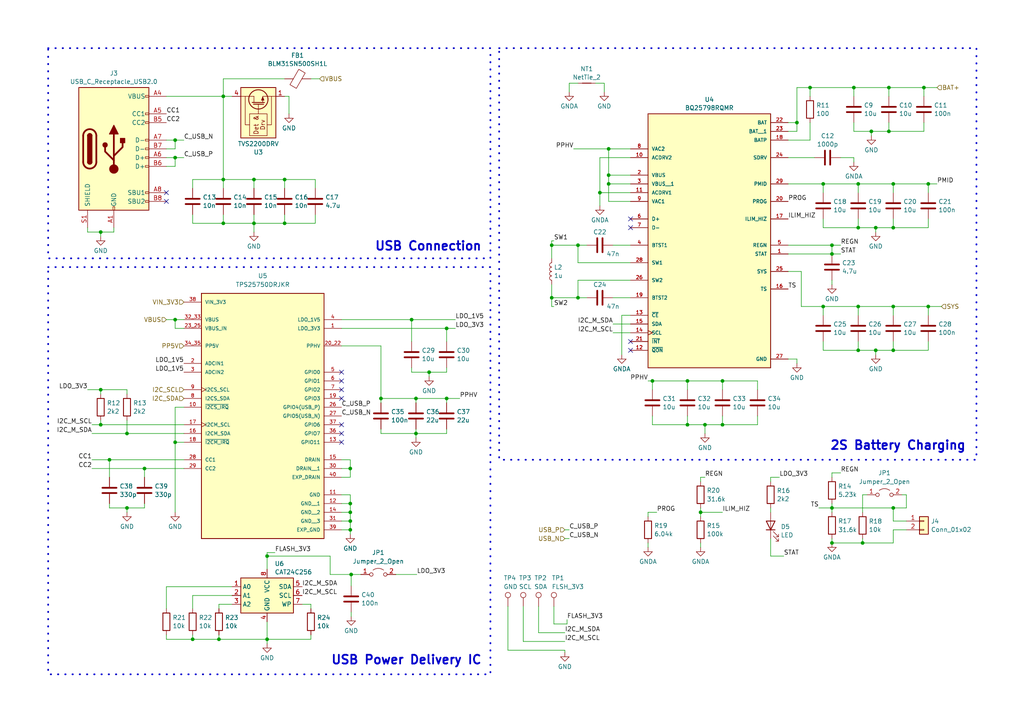
<source format=kicad_sch>
(kicad_sch (version 20230121) (generator eeschema)
  (paper "A4")
  (title_block (title "USB C Power Delivery and Battery Charging") (date "2023-11-15"))
  (junction (at 248.92 88.9))
  (junction (at 101.6 151.13))
  (junction (at 199.39 123.19))
  (junction (at 257.81 38.1))
  (junction (at 176.53 53.34))
  (junction (at 101.6 153.67))
  (junction (at 248.92 101.6))
  (junction (at 119.38 92.71))
  (junction (at 29.21 113.03))
  (junction (at 55.88 185.42))
  (junction (at 101.6 135.89))
  (junction (at 257.81 25.4))
  (junction (at 241.3 71.12))
  (junction (at 73.66 64.77))
  (junction (at 41.91 135.89))
  (junction (at 269.24 88.9))
  (junction (at 176.53 43.18))
  (junction (at 173.99 55.88))
  (junction (at 160.02 71.12))
  (junction (at 241.3 157.48))
  (junction (at 254 101.6))
  (junction (at 64.77 52.07))
  (junction (at 234.95 25.4))
  (junction (at 259.08 101.6))
  (junction (at 63.5 185.42))
  (junction (at 101.6 148.59))
  (junction (at 241.3 73.66))
  (junction (at 209.55 110.49))
  (junction (at 50.8 128.27))
  (junction (at 124.46 107.95))
  (junction (at 247.65 25.4))
  (junction (at 160.02 86.36))
  (junction (at 209.55 123.19))
  (junction (at 269.24 53.34))
  (junction (at 50.8 40.64))
  (junction (at 77.47 185.42))
  (junction (at 248.92 66.04))
  (junction (at 252.73 38.1))
  (junction (at 110.49 115.57))
  (junction (at 267.97 25.4))
  (junction (at 101.854 166.624))
  (junction (at 64.77 27.94))
  (junction (at 120.65 125.73))
  (junction (at 204.47 123.19))
  (junction (at 36.83 147.32))
  (junction (at 259.08 88.9))
  (junction (at 176.53 50.8))
  (junction (at 167.64 71.12))
  (junction (at 167.64 86.36))
  (junction (at 50.8 92.71))
  (junction (at 77.47 161.29))
  (junction (at 238.76 53.34))
  (junction (at 120.65 115.57))
  (junction (at 259.08 147.32))
  (junction (at 82.55 52.07))
  (junction (at 259.08 53.34))
  (junction (at 238.76 88.9))
  (junction (at 29.21 67.31))
  (junction (at 101.6 146.05))
  (junction (at 129.54 95.25))
  (junction (at 248.92 53.34))
  (junction (at 36.83 125.73))
  (junction (at 64.77 64.77))
  (junction (at 250.19 157.48))
  (junction (at 259.08 66.04))
  (junction (at 31.75 133.35))
  (junction (at 73.66 52.07))
  (junction (at 29.21 123.19))
  (junction (at 50.8 45.72))
  (junction (at 231.14 35.56))
  (junction (at 203.2 148.59))
  (junction (at 254 66.04))
  (junction (at 199.39 110.49))
  (junction (at 241.3 147.32))
  (junction (at 129.54 115.57))
  (junction (at 82.55 64.77))
  (junction (at 189.23 110.49))
  (no_connect (at 182.88 66.04))
  (no_connect (at 99.06 115.57))
  (no_connect (at 99.06 128.27))
  (no_connect (at 182.88 101.6))
  (no_connect (at 99.06 123.19))
  (no_connect (at 182.88 63.5))
  (no_connect (at 99.06 107.95))
  (no_connect (at 48.26 58.42))
  (no_connect (at 99.06 125.73))
  (no_connect (at 99.06 113.03))
  (no_connect (at 99.06 110.49))
  (no_connect (at 182.88 99.06))
  (no_connect (at 48.26 55.88))
  (wire (pts (xy 120.65 115.57) (xy 110.49 115.57)))
  (wire (pts (xy 182.88 58.42) (xy 176.53 58.42)))
  (wire (pts (xy 110.49 125.73) (xy 120.65 125.73)))
  (wire (pts (xy 50.8 92.71) (xy 53.34 92.71)))
  (wire (pts (xy 203.2 138.43) (xy 203.2 139.7)))
  (wire (pts (xy 167.64 86.36) (xy 170.18 86.36)))
  (wire (pts (xy 187.96 110.49) (xy 189.23 110.49)))
  (wire (pts (xy 48.26 45.72) (xy 50.8 45.72)))
  (wire (pts (xy 36.83 147.32) (xy 36.83 148.59)))
  (wire (pts (xy 187.96 157.48) (xy 187.96 158.75)))
  (wire (pts (xy 167.64 76.2) (xy 167.64 71.12)))
  (wire (pts (xy 241.3 157.48) (xy 250.19 157.48)))
  (wire (pts (xy 259.08 53.34) (xy 248.92 53.34)))
  (wire (pts (xy 119.38 92.71) (xy 132.08 92.71)))
  (wire (pts (xy 50.8 95.25) (xy 50.8 92.71)))
  (wire (pts (xy 182.88 81.28) (xy 167.64 81.28)))
  (wire (pts (xy 26.67 123.19) (xy 29.21 123.19)))
  (wire (pts (xy 238.76 88.9) (xy 238.76 91.44)))
  (wire (pts (xy 63.5 175.26) (xy 63.5 176.53)))
  (wire (pts (xy 177.8 71.12) (xy 182.88 71.12)))
  (wire (pts (xy 120.65 125.73) (xy 120.65 124.46)))
  (wire (pts (xy 53.34 95.25) (xy 50.8 95.25)))
  (wire (pts (xy 91.44 62.23) (xy 91.44 64.77)))
  (wire (pts (xy 83.82 33.02) (xy 83.82 27.94)))
  (wire (pts (xy 101.6 151.13) (xy 101.6 153.67)))
  (wire (pts (xy 228.6 53.34) (xy 238.76 53.34)))
  (wire (pts (xy 219.71 110.49) (xy 219.71 113.03)))
  (wire (pts (xy 269.24 55.88) (xy 269.24 53.34)))
  (wire (pts (xy 248.92 63.5) (xy 248.92 66.04)))
  (wire (pts (xy 119.38 106.68) (xy 119.38 107.95)))
  (wire (pts (xy 53.34 125.73) (xy 36.83 125.73)))
  (wire (pts (xy 41.91 147.32) (xy 36.83 147.32)))
  (wire (pts (xy 48.26 92.71) (xy 50.8 92.71)))
  (wire (pts (xy 77.47 161.29) (xy 77.47 165.1)))
  (wire (pts (xy 176.53 50.8) (xy 176.53 53.34)))
  (wire (pts (xy 238.76 66.04) (xy 248.92 66.04)))
  (wire (pts (xy 129.54 115.57) (xy 120.65 115.57)))
  (wire (pts (xy 238.76 88.9) (xy 248.92 88.9)))
  (wire (pts (xy 243.84 137.16) (xy 241.3 137.16)))
  (wire (pts (xy 228.6 38.1) (xy 231.14 38.1)))
  (wire (pts (xy 151.765 186.055) (xy 151.765 175.895)))
  (wire (pts (xy 114.808 166.624) (xy 120.904 166.624)))
  (wire (pts (xy 160.02 86.36) (xy 160.02 82.55)))
  (wire (pts (xy 257.81 38.1) (xy 257.81 35.56)))
  (wire (pts (xy 36.83 125.73) (xy 36.83 121.92)))
  (wire (pts (xy 99.06 146.05) (xy 101.6 146.05)))
  (wire (pts (xy 209.55 110.49) (xy 209.55 113.03)))
  (wire (pts (xy 77.47 185.42) (xy 77.47 186.69)))
  (wire (pts (xy 29.21 113.03) (xy 29.21 114.3)))
  (wire (pts (xy 48.26 27.94) (xy 64.77 27.94)))
  (wire (pts (xy 269.24 63.5) (xy 269.24 66.04)))
  (wire (pts (xy 160.02 71.12) (xy 160.02 74.93)))
  (wire (pts (xy 101.6 143.51) (xy 101.6 146.05)))
  (wire (pts (xy 48.26 48.26) (xy 50.8 48.26)))
  (wire (pts (xy 147.32 188.595) (xy 163.83 188.595)))
  (wire (pts (xy 231.14 35.56) (xy 228.6 35.56)))
  (wire (pts (xy 90.17 22.86) (xy 92.71 22.86)))
  (wire (pts (xy 267.97 25.4) (xy 271.78 25.4)))
  (wire (pts (xy 203.2 157.48) (xy 203.2 158.75)))
  (wire (pts (xy 55.88 172.72) (xy 55.88 176.53)))
  (wire (pts (xy 101.854 177.546) (xy 101.854 178.816)))
  (wire (pts (xy 90.17 185.42) (xy 77.47 185.42)))
  (wire (pts (xy 269.24 88.9) (xy 273.05 88.9)))
  (wire (pts (xy 31.75 147.32) (xy 31.75 146.05)))
  (wire (pts (xy 160.655 69.85) (xy 160.02 69.85)))
  (wire (pts (xy 119.38 99.06) (xy 119.38 92.71)))
  (wire (pts (xy 129.54 116.84) (xy 129.54 115.57)))
  (wire (pts (xy 241.3 146.05) (xy 241.3 147.32)))
  (wire (pts (xy 160.655 175.895) (xy 160.655 180.975)))
  (wire (pts (xy 50.8 45.72) (xy 53.34 45.72)))
  (wire (pts (xy 259.08 151.13) (xy 259.08 147.32)))
  (wire (pts (xy 90.17 175.26) (xy 90.17 176.53)))
  (wire (pts (xy 160.02 88.9) (xy 160.02 86.36)))
  (wire (pts (xy 99.06 143.51) (xy 101.6 143.51)))
  (wire (pts (xy 90.17 184.15) (xy 90.17 185.42)))
  (wire (pts (xy 234.95 25.4) (xy 247.65 25.4)))
  (wire (pts (xy 48.26 40.64) (xy 50.8 40.64)))
  (wire (pts (xy 79.756 160.274) (xy 77.47 160.274)))
  (wire (pts (xy 254 101.6) (xy 259.08 101.6)))
  (wire (pts (xy 63.5 185.42) (xy 77.47 185.42)))
  (wire (pts (xy 167.64 71.12) (xy 170.18 71.12)))
  (wire (pts (xy 180.34 91.44) (xy 180.34 102.87)))
  (wire (pts (xy 64.77 62.23) (xy 64.77 64.77)))
  (wire (pts (xy 64.77 27.94) (xy 67.31 27.94)))
  (wire (pts (xy 165.1 24.13) (xy 165.1 26.67)))
  (wire (pts (xy 160.655 180.975) (xy 164.465 180.975)))
  (wire (pts (xy 95.758 166.624) (xy 95.758 161.29)))
  (wire (pts (xy 156.21 183.515) (xy 163.83 183.515)))
  (wire (pts (xy 64.77 27.94) (xy 64.77 52.07)))
  (wire (pts (xy 167.64 81.28) (xy 167.64 86.36)))
  (wire (pts (xy 203.2 147.32) (xy 203.2 148.59)))
  (wire (pts (xy 259.08 101.6) (xy 259.08 99.06)))
  (wire (pts (xy 232.41 88.9) (xy 238.76 88.9)))
  (wire (pts (xy 254 66.04) (xy 259.08 66.04)))
  (wire (pts (xy 204.47 138.43) (xy 203.2 138.43)))
  (wire (pts (xy 238.76 63.5) (xy 238.76 66.04)))
  (wire (pts (xy 231.14 25.4) (xy 231.14 35.56)))
  (wire (pts (xy 259.08 55.88) (xy 259.08 53.34)))
  (wire (pts (xy 101.854 166.624) (xy 101.854 169.926)))
  (wire (pts (xy 41.91 135.89) (xy 53.34 135.89)))
  (wire (pts (xy 219.71 120.65) (xy 219.71 123.19)))
  (wire (pts (xy 99.06 148.59) (xy 101.6 148.59)))
  (wire (pts (xy 164.465 179.705) (xy 164.465 180.975)))
  (wire (pts (xy 259.08 101.6) (xy 269.24 101.6)))
  (wire (pts (xy 110.49 124.46) (xy 110.49 125.73)))
  (wire (pts (xy 167.64 86.36) (xy 160.02 86.36)))
  (wire (pts (xy 248.92 88.9) (xy 248.92 91.44)))
  (wire (pts (xy 160.02 69.85) (xy 160.02 71.12)))
  (wire (pts (xy 247.65 38.1) (xy 252.73 38.1)))
  (wire (pts (xy 252.73 38.1) (xy 252.73 39.37)))
  (wire (pts (xy 101.6 146.05) (xy 101.6 148.59)))
  (wire (pts (xy 228.6 78.74) (xy 232.41 78.74)))
  (wire (pts (xy 50.8 43.18) (xy 50.8 40.64)))
  (wire (pts (xy 231.14 38.1) (xy 231.14 35.56)))
  (wire (pts (xy 269.24 53.34) (xy 259.08 53.34)))
  (wire (pts (xy 110.49 115.57) (xy 110.49 116.84)))
  (wire (pts (xy 77.47 180.34) (xy 77.47 185.42)))
  (wire (pts (xy 182.88 45.72) (xy 173.99 45.72)))
  (wire (pts (xy 262.89 143.51) (xy 262.89 147.32)))
  (wire (pts (xy 64.77 22.86) (xy 64.77 27.94)))
  (wire (pts (xy 99.06 151.13) (xy 101.6 151.13)))
  (wire (pts (xy 262.89 147.32) (xy 259.08 147.32)))
  (wire (pts (xy 119.38 107.95) (xy 124.46 107.95)))
  (wire (pts (xy 48.26 43.18) (xy 50.8 43.18)))
  (wire (pts (xy 87.63 175.26) (xy 90.17 175.26)))
  (wire (pts (xy 55.88 54.61) (xy 55.88 52.07)))
  (wire (pts (xy 241.3 147.32) (xy 259.08 147.32)))
  (wire (pts (xy 67.31 175.26) (xy 63.5 175.26)))
  (wire (pts (xy 241.3 137.16) (xy 241.3 138.43)))
  (wire (pts (xy 241.3 81.28) (xy 241.3 82.55)))
  (wire (pts (xy 182.88 76.2) (xy 167.64 76.2)))
  (wire (pts (xy 99.06 100.33) (xy 110.49 100.33)))
  (wire (pts (xy 176.53 53.34) (xy 182.88 53.34)))
  (wire (pts (xy 29.21 123.19) (xy 29.21 121.92)))
  (wire (pts (xy 248.92 99.06) (xy 248.92 101.6)))
  (wire (pts (xy 26.67 133.35) (xy 31.75 133.35)))
  (wire (pts (xy 55.88 64.77) (xy 55.88 62.23)))
  (wire (pts (xy 36.83 114.3) (xy 36.83 113.03)))
  (wire (pts (xy 231.14 104.14) (xy 228.6 104.14)))
  (wire (pts (xy 257.81 25.4) (xy 247.65 25.4)))
  (wire (pts (xy 204.47 123.19) (xy 204.47 125.73)))
  (wire (pts (xy 73.66 52.07) (xy 82.55 52.07)))
  (wire (pts (xy 41.91 146.05) (xy 41.91 147.32)))
  (wire (pts (xy 99.06 133.35) (xy 101.6 133.35)))
  (wire (pts (xy 252.73 38.1) (xy 257.81 38.1)))
  (wire (pts (xy 234.95 35.56) (xy 234.95 40.64)))
  (wire (pts (xy 167.64 24.13) (xy 165.1 24.13)))
  (wire (pts (xy 101.6 153.67) (xy 101.6 154.94)))
  (wire (pts (xy 110.49 100.33) (xy 110.49 115.57)))
  (wire (pts (xy 259.08 66.04) (xy 259.08 63.5)))
  (wire (pts (xy 176.53 43.18) (xy 176.53 50.8)))
  (wire (pts (xy 101.6 135.89) (xy 101.6 138.43)))
  (wire (pts (xy 48.26 184.15) (xy 48.26 185.42)))
  (wire (pts (xy 104.648 166.624) (xy 101.854 166.624)))
  (wire (pts (xy 25.4 66.04) (xy 25.4 67.31)))
  (wire (pts (xy 250.19 157.48) (xy 259.08 157.48)))
  (wire (pts (xy 175.26 24.13) (xy 172.72 24.13)))
  (wire (pts (xy 73.66 52.07) (xy 73.66 54.61)))
  (wire (pts (xy 64.77 52.07) (xy 73.66 52.07)))
  (wire (pts (xy 228.6 71.12) (xy 241.3 71.12)))
  (wire (pts (xy 48.26 170.18) (xy 48.26 176.53)))
  (wire (pts (xy 163.83 153.67) (xy 165.1 153.67)))
  (wire (pts (xy 209.55 123.19) (xy 204.47 123.19)))
  (wire (pts (xy 31.75 133.35) (xy 31.75 138.43)))
  (wire (pts (xy 259.08 88.9) (xy 248.92 88.9)))
  (wire (pts (xy 36.83 147.32) (xy 31.75 147.32)))
  (wire (pts (xy 234.95 40.64) (xy 228.6 40.64)))
  (wire (pts (xy 219.71 110.49) (xy 209.55 110.49)))
  (wire (pts (xy 238.76 101.6) (xy 248.92 101.6)))
  (wire (pts (xy 129.54 115.57) (xy 133.35 115.57)))
  (wire (pts (xy 227.33 161.29) (xy 223.52 161.29)))
  (wire (pts (xy 248.92 101.6) (xy 254 101.6)))
  (wire (pts (xy 234.95 25.4) (xy 231.14 25.4)))
  (wire (pts (xy 25.4 113.03) (xy 29.21 113.03)))
  (wire (pts (xy 175.26 26.67) (xy 175.26 24.13)))
  (wire (pts (xy 31.75 133.35) (xy 53.34 133.35)))
  (wire (pts (xy 203.2 148.59) (xy 203.2 149.86)))
  (wire (pts (xy 91.44 52.07) (xy 91.44 54.61)))
  (wire (pts (xy 269.24 99.06) (xy 269.24 101.6)))
  (wire (pts (xy 124.46 107.95) (xy 129.54 107.95)))
  (wire (pts (xy 64.77 22.86) (xy 82.55 22.86)))
  (wire (pts (xy 223.52 147.32) (xy 223.52 148.59)))
  (wire (pts (xy 124.46 107.95) (xy 124.46 109.22)))
  (wire (pts (xy 199.39 120.65) (xy 199.39 123.19)))
  (wire (pts (xy 226.06 138.43) (xy 223.52 138.43)))
  (wire (pts (xy 251.46 143.51) (xy 250.19 143.51)))
  (wire (pts (xy 199.39 110.49) (xy 199.39 113.03)))
  (wire (pts (xy 25.4 67.31) (xy 29.21 67.31)))
  (wire (pts (xy 269.24 53.34) (xy 271.78 53.34)))
  (wire (pts (xy 64.77 64.77) (xy 55.88 64.77)))
  (wire (pts (xy 160.655 88.9) (xy 160.02 88.9)))
  (wire (pts (xy 267.97 25.4) (xy 257.81 25.4)))
  (wire (pts (xy 243.84 73.66) (xy 241.3 73.66)))
  (wire (pts (xy 26.67 125.73) (xy 36.83 125.73)))
  (wire (pts (xy 257.81 38.1) (xy 267.97 38.1)))
  (wire (pts (xy 173.99 55.88) (xy 182.88 55.88)))
  (wire (pts (xy 231.14 105.41) (xy 231.14 104.14)))
  (wire (pts (xy 262.89 151.13) (xy 259.08 151.13)))
  (wire (pts (xy 67.31 170.18) (xy 48.26 170.18)))
  (wire (pts (xy 248.92 66.04) (xy 254 66.04)))
  (wire (pts (xy 203.2 148.59) (xy 209.55 148.59)))
  (wire (pts (xy 33.02 67.31) (xy 33.02 66.04)))
  (wire (pts (xy 173.99 45.72) (xy 173.99 55.88)))
  (wire (pts (xy 223.52 161.29) (xy 223.52 156.21)))
  (wire (pts (xy 241.3 71.12) (xy 241.3 73.66)))
  (wire (pts (xy 241.3 147.32) (xy 241.3 148.59)))
  (wire (pts (xy 50.8 128.27) (xy 50.8 148.59)))
  (wire (pts (xy 129.54 107.95) (xy 129.54 106.68)))
  (wire (pts (xy 82.55 52.07) (xy 82.55 54.61)))
  (wire (pts (xy 55.88 184.15) (xy 55.88 185.42)))
  (wire (pts (xy 250.19 156.21) (xy 250.19 157.48)))
  (wire (pts (xy 67.31 172.72) (xy 55.88 172.72)))
  (wire (pts (xy 99.06 153.67) (xy 101.6 153.67)))
  (wire (pts (xy 262.89 153.67) (xy 259.08 153.67)))
  (wire (pts (xy 228.6 45.72) (xy 236.22 45.72)))
  (wire (pts (xy 64.77 52.07) (xy 64.77 54.61)))
  (wire (pts (xy 228.6 73.66) (xy 241.3 73.66)))
  (wire (pts (xy 48.26 185.42) (xy 55.88 185.42)))
  (wire (pts (xy 151.765 186.055) (xy 163.83 186.055)))
  (wire (pts (xy 83.82 27.94) (xy 82.55 27.94)))
  (wire (pts (xy 73.66 64.77) (xy 73.66 67.31)))
  (wire (pts (xy 55.88 52.07) (xy 64.77 52.07)))
  (wire (pts (xy 187.96 148.59) (xy 187.96 149.86)))
  (wire (pts (xy 223.52 138.43) (xy 223.52 139.7)))
  (wire (pts (xy 204.47 123.19) (xy 199.39 123.19)))
  (wire (pts (xy 189.23 123.19) (xy 189.23 120.65)))
  (wire (pts (xy 237.49 147.32) (xy 241.3 147.32)))
  (wire (pts (xy 254 101.6) (xy 254 102.87)))
  (wire (pts (xy 241.3 71.12) (xy 243.84 71.12)))
  (wire (pts (xy 101.854 166.624) (xy 95.758 166.624)))
  (wire (pts (xy 243.84 45.72) (xy 247.65 45.72)))
  (wire (pts (xy 129.54 95.25) (xy 129.54 99.06)))
  (wire (pts (xy 95.758 161.29) (xy 77.47 161.29)))
  (wire (pts (xy 55.88 185.42) (xy 63.5 185.42)))
  (wire (pts (xy 234.95 27.94) (xy 234.95 25.4)))
  (wire (pts (xy 101.6 133.35) (xy 101.6 135.89)))
  (wire (pts (xy 247.65 25.4) (xy 247.65 27.94)))
  (wire (pts (xy 219.71 123.19) (xy 209.55 123.19)))
  (wire (pts (xy 120.65 115.57) (xy 120.65 116.84)))
  (wire (pts (xy 238.76 53.34) (xy 248.92 53.34)))
  (wire (pts (xy 120.65 125.73) (xy 129.54 125.73)))
  (wire (pts (xy 82.55 62.23) (xy 82.55 64.77)))
  (wire (pts (xy 147.32 188.595) (xy 147.32 175.895)))
  (wire (pts (xy 129.54 124.46) (xy 129.54 125.73)))
  (wire (pts (xy 259.08 66.04) (xy 269.24 66.04)))
  (wire (pts (xy 248.92 53.34) (xy 248.92 55.88)))
  (wire (pts (xy 199.39 123.19) (xy 189.23 123.19)))
  (wire (pts (xy 53.34 128.27) (xy 50.8 128.27)))
  (wire (pts (xy 177.8 96.52) (xy 182.88 96.52)))
  (wire (pts (xy 267.97 27.94) (xy 267.97 25.4)))
  (wire (pts (xy 189.23 110.49) (xy 189.23 113.03)))
  (wire (pts (xy 36.83 113.03) (xy 29.21 113.03)))
  (wire (pts (xy 177.8 86.36) (xy 182.88 86.36)))
  (wire (pts (xy 177.8 93.98) (xy 182.88 93.98)))
  (wire (pts (xy 53.34 118.11) (xy 50.8 118.11)))
  (wire (pts (xy 77.47 160.274) (xy 77.47 161.29)))
  (wire (pts (xy 267.97 35.56) (xy 267.97 38.1)))
  (wire (pts (xy 73.66 64.77) (xy 82.55 64.77)))
  (wire (pts (xy 163.83 156.21) (xy 165.1 156.21)))
  (wire (pts (xy 250.19 143.51) (xy 250.19 148.59)))
  (wire (pts (xy 167.64 71.12) (xy 160.02 71.12)))
  (wire (pts (xy 82.55 64.77) (xy 91.44 64.77)))
  (wire (pts (xy 176.53 58.42) (xy 176.53 53.34)))
  (wire (pts (xy 182.88 43.18) (xy 176.53 43.18)))
  (wire (pts (xy 269.24 91.44) (xy 269.24 88.9)))
  (wire (pts (xy 269.24 88.9) (xy 259.08 88.9)))
  (wire (pts (xy 101.6 138.43) (xy 99.06 138.43)))
  (wire (pts (xy 64.77 64.77) (xy 73.66 64.77)))
  (wire (pts (xy 261.62 143.51) (xy 262.89 143.51)))
  (wire (pts (xy 238.76 99.06) (xy 238.76 101.6)))
  (wire (pts (xy 209.55 120.65) (xy 209.55 123.19)))
  (wire (pts (xy 209.55 110.49) (xy 199.39 110.49)))
  (wire (pts (xy 120.65 125.73) (xy 120.65 127)))
  (wire (pts (xy 241.3 156.21) (xy 241.3 157.48)))
  (wire (pts (xy 232.41 78.74) (xy 232.41 88.9)))
  (wire (pts (xy 247.65 45.72) (xy 247.65 46.99)))
  (wire (pts (xy 129.54 95.25) (xy 132.08 95.25)))
  (wire (pts (xy 26.67 135.89) (xy 41.91 135.89)))
  (wire (pts (xy 29.21 67.31) (xy 29.21 68.58)))
  (wire (pts (xy 156.21 175.895) (xy 156.21 183.515)))
  (wire (pts (xy 63.5 184.15) (xy 63.5 185.42)))
  (wire (pts (xy 190.5 148.59) (xy 187.96 148.59)))
  (wire (pts (xy 29.21 67.31) (xy 33.02 67.31)))
  (wire (pts (xy 119.38 92.71) (xy 99.06 92.71)))
  (wire (pts (xy 99.06 95.25) (xy 129.54 95.25)))
  (wire (pts (xy 259.08 153.67) (xy 259.08 157.48)))
  (wire (pts (xy 73.66 62.23) (xy 73.66 64.77)))
  (wire (pts (xy 182.88 50.8) (xy 176.53 50.8)))
  (wire (pts (xy 99.06 135.89) (xy 101.6 135.89)))
  (wire (pts (xy 238.76 53.34) (xy 238.76 55.88)))
  (wire (pts (xy 182.88 91.44) (xy 180.34 91.44)))
  (wire (pts (xy 257.81 27.94) (xy 257.81 25.4)))
  (wire (pts (xy 254 66.04) (xy 254 67.31)))
  (wire (pts (xy 50.8 48.26) (xy 50.8 45.72)))
  (wire (pts (xy 173.99 55.88) (xy 173.99 59.69)))
  (wire (pts (xy 247.65 35.56) (xy 247.65 38.1)))
  (wire (pts (xy 101.6 148.59) (xy 101.6 151.13)))
  (wire (pts (xy 199.39 110.49) (xy 189.23 110.49)))
  (wire (pts (xy 259.08 91.44) (xy 259.08 88.9)))
  (wire (pts (xy 82.55 52.07) (xy 91.44 52.07)))
  (wire (pts (xy 41.91 135.89) (xy 41.91 138.43)))
  (wire (pts (xy 176.53 43.18) (xy 166.37 43.18)))
  (wire (pts (xy 50.8 118.11) (xy 50.8 128.27)))
  (wire (pts (xy 53.34 123.19) (xy 29.21 123.19)))
  (wire (pts (xy 50.8 40.64) (xy 53.34 40.64)))
  (wire (pts (xy 163.83 188.595) (xy 163.83 189.23)))
  (rectangle (start 13.97 77.47) (end 142.24 195.58) (stroke (width 0.5) (type dot)))
  (rectangle (start 13.97 13.97) (end 142.24 74.93) (stroke (width 0.5) (type dot)))
  (rectangle (start 144.78 13.97) (end 283.21 133.35) (stroke (width 0.5) (type dot)))
  (text "2S Battery Charging" (at 240.665 130.81 0) (effects (font (size 2.54 2.54) (thickness 0.508) bold) (justify left bottom)))
  (text "USB Connection" (at 108.585 73.025 0) (effects (font (size 2.54 2.54) (thickness 0.508) bold) (justify left bottom)))
  (text "USB Power Delivery IC" (at 95.885 193.04 0) (effects (font (size 2.54 2.54) (thickness 0.508) bold) (justify left bottom)))
  (label "I2C_M_SDA" (at 163.83 183.515 0))
  (label "I2C_M_SCL" (at 177.8 96.52 180))
  (label "LDO_3V3" (at 120.904 166.624 0))
  (label "I2C_M_SDA" (at 177.8 93.98 180))
  (label "PROG" (at 190.5 148.59 0))
  (label "REGN" (at 204.47 138.43 0))
  (label "CC1" (at 48.26 33.02 0))
  (label "STAT" (at 227.33 161.29 0))
  (label "PMID" (at 271.78 53.34 0))
  (label "I2C_M_SDA" (at 87.63 170.18 0))
  (label "STAT" (at 243.84 73.66 0))
  (label "C_USB_P" (at 99.06 118.11 0))
  (label "SW2" (at 160.655 88.9 0))
  (label "I2C_M_SCL" (at 26.67 123.19 180))
  (label "LDO_1V5" (at 53.34 105.41 180))
  (label "REGN" (at 243.84 71.12 0))
  (label "LDO_1V5" (at 53.34 107.95 180))
  (label "LDO_1V5" (at 132.08 92.71 0))
  (label "I2C_M_SDA" (at 26.67 125.73 180))
  (label "ILIM_HIZ" (at 228.6 63.5 0))
  (label "C_USB_N" (at 99.06 120.65 0))
  (label "FLASH_3V3" (at 164.465 179.705 0))
  (label "FLASH_3V3" (at 79.756 160.274 0))
  (label "I2C_M_SCL" (at 87.63 172.72 0))
  (label "C_USB_N" (at 165.1 156.21 0))
  (label "LDO_3V3" (at 25.4 113.03 180))
  (label "CC1" (at 26.67 133.35 180))
  (label "LDO_3V3" (at 226.06 138.43 0))
  (label "C_USB_P" (at 53.34 45.72 0))
  (label "CC2" (at 48.26 35.56 0))
  (label "C_USB_N" (at 53.34 40.64 0))
  (label "PPHV" (at 166.37 43.18 180))
  (label "PROG" (at 228.6 58.42 0))
  (label "I2C_M_SCL" (at 163.83 186.055 0))
  (label "ILIM_HIZ" (at 209.55 148.59 0))
  (label "REGN" (at 243.84 137.16 0))
  (label "SW1" (at 160.655 69.85 0))
  (label "C_USB_P" (at 165.1 153.67 0))
  (label "LDO_3V3" (at 132.08 95.25 0))
  (label "TS" (at 228.6 83.82 0))
  (label "PPHV" (at 187.96 110.49 180))
  (label "TS" (at 237.49 147.32 180))
  (label "PPHV" (at 133.35 115.57 0))
  (label "CC2" (at 26.67 135.89 180))
  (hierarchical_label "VBUS" (shape input) (at 92.71 22.86 0))
  (hierarchical_label "VIN_3V3" (shape input) (at 53.34 87.63 180))
  (hierarchical_label "PP5V" (shape input) (at 53.34 100.33 180))
  (hierarchical_label "USB_N" (shape input) (at 163.83 156.21 180))
  (hierarchical_label "VBUS" (shape input) (at 48.26 92.71 180))
  (hierarchical_label "BAT+" (shape input) (at 271.78 25.4 0))
  (hierarchical_label "USB_P" (shape input) (at 163.83 153.67 180))
  (hierarchical_label "I2C_SDA" (shape input) (at 53.34 115.57 180))
  (hierarchical_label "I2C_SCL" (shape input) (at 53.34 113.03 180))
  (hierarchical_label "SYS" (shape input) (at 273.05 88.9 0))
  (symbol (lib_id "Device:C") (at 267.97 31.75 0) (unit 1)
    (property "Reference" "C11" (at 270.891 30.5379 0) (effects (justify left)))
    (property "Value" "100n" (at 270.891 32.9621 0) (effects (justify left)))
    (property "Footprint" "Capacitor_SMD:C_0603_1608Metric" (effects hide))
    (property "Digikey Part No." "1276-1000-1-ND" (effects hide))
  )
  (symbol (lib_id "Device:C") (at 101.854 173.736 0) (unit 1)
    (property "Reference" "C40" (at 104.775 172.5239 0) (effects (justify left)))
    (property "Value" "100n" (at 104.775 174.9481 0) (effects (justify left)))
    (property "Footprint" "Capacitor_SMD:C_0603_1608Metric" (effects hide))
    (property "Digikey Part No." "1276-1000-1-ND" (effects hide))
  )
  (symbol (lib_id "power:GND") (at 241.3 82.55 0) (unit 1)
    (property "Reference" "#PWR021" (effects hide))
    (property "Value" "GND" (at 241.3 86.6831 0))
  )
  (symbol (lib_id "Device:R") (at 223.52 143.51 0) (unit 1)
    (property "Reference" "R16" (at 225.298 142.2979 0) (effects (justify left)))
    (property "Value" "2k2" (at 225.298 144.7221 0) (effects (justify left)))
    (property "Footprint" "Resistor_SMD:R_0603_1608Metric" (effects hide))
    (property "Digikey Part No." "RMCF0603JT2K20CT-ND" (effects hide))
  )
  (symbol (lib_id "Device:C") (at 199.39 116.84 0) (unit 1)
    (property "Reference" "C32" (at 202.311 115.6279 0) (effects (justify left)))
    (property "Value" "10u" (at 202.311 118.0521 0) (effects (justify left)))
    (property "Footprint" "Capacitor_SMD:C_0805_2012Metric" (effects hide))
    (property "Digikey Part No." "1276-2891-1-ND" (effects hide))
  )
  (symbol (lib_id "Device:C") (at 248.92 59.69 0) (unit 1)
    (property "Reference" "C19" (at 251.841 58.4779 0) (effects (justify left)))
    (property "Value" "10u" (at 251.841 60.9021 0) (effects (justify left)))
    (property "Footprint" "Capacitor_SMD:C_0805_2012Metric" (effects hide))
    (property "Digikey Part No." "1276-2891-1-ND" (effects hide))
  )
  (symbol (lib_id "Device:C") (at 219.71 116.84 0) (unit 1)
    (property "Reference" "C34" (at 222.631 115.6279 0) (effects (justify left)))
    (property "Value" "10u" (at 222.631 118.0521 0) (effects (justify left)))
    (property "Footprint" "Capacitor_SMD:C_0805_2012Metric" (effects hide))
    (property "Digikey Part No." "1276-2891-1-ND" (effects hide))
  )
  (symbol (lib_id "Device:C") (at 82.55 58.42 0) (unit 1)
    (property "Reference" "C16" (at 85.471 57.2079 0) (effects (justify left)))
    (property "Value" "10n" (at 85.471 59.6321 0) (effects (justify left)))
    (property "Footprint" "Capacitor_SMD:C_0402_1005Metric" (effects hide))
    (property "Digikey Part No." "1276-1028-1-ND" (effects hide))
  )
  (symbol (lib_id "Power_Protection:TVS2200DRV") (at 74.93 27.94 90) (unit 1)
    (property "Reference" "U3" (at 74.93 44.1493 90))
    (property "Value" "TVS2200DRV" (at 74.93 41.7251 90))
    (property "Footprint" "Package_SON:WSON-6-1EP_2x2mm_P0.65mm_EP1x1.6mm" (effects hide))
    (property "Datasheet" "http://www.ti.com/lit/ds/symlink/tvs2200.pdf" (effects hide))
    (property "Digikey Part No." "296-52187-1-ND" (effects hide))
  )
  (symbol (lib_id "Connector:TestPoint") (at 147.32 175.895 0) (unit 1)
    (property "Reference" "TP4" (at 146.05 167.64 0) (effects (justify left)))
    (property "Value" "GND" (at 146.05 170.18 0) (effects (justify left)))
    (property "Footprint" "TestPoint:TestPoint_Pad_D1.5mm" (effects hide))
  )
  (symbol (lib_id "power:GNDA") (at 203.2 158.75 0) (unit 1)
    (property "Reference" "#PWR033" (effects hide))
    (property "Value" "GNDA" (at 203.2 162.8831 0))
  )
  (symbol (lib_id "Memory_EEPROM:CAT24C256") (at 77.47 172.72 0) (unit 1)
    (property "Reference" "U6" (at 79.6641 163.4957 0) (effects (justify left)))
    (property "Value" "CAT24C256" (at 79.6641 165.9199 0) (effects (justify left)))
    (property "Footprint" "Package_SO:TSSOP-8_4.4x3mm_P0.65mm" (effects hide))
    (property "Datasheet" "https://www.onsemi.cn/PowerSolutions/document/CAT24C256-D.PDF" (effects hide))
    (property "Digikey Part No." "CAT24C256YI-GT3OSCT-ND" (effects hide))
  )
  (symbol (lib_id "Connector:TestPoint") (at 160.655 175.895 0) (unit 1)
    (property "Reference" "TP1" (at 160.02 167.64 0) (effects (justify left)))
    (property "Value" "FLSH_3V3" (at 160.02 170.18 0) (effects (justify left)))
    (property "Footprint" "TestPoint:TestPoint_Pad_D1.5mm" (effects hide))
  )
  (symbol (lib_id "power:GNDA") (at 241.3 157.48 0) (unit 1)
    (property "Reference" "#PWR031" (effects hide))
    (property "Value" "GNDA" (at 241.3 161.6131 0))
  )
  (symbol (lib_id "power:GNDA") (at 165.1 26.67 0) (unit 1)
    (property "Reference" "#PWR012" (effects hide))
    (property "Value" "GNDA" (at 165.1 30.8031 0))
  )
  (symbol (lib_id "Device:R") (at 55.88 180.34 0) (unit 1)
    (property "Reference" "R22" (at 57.658 179.1279 0) (effects (justify left)))
    (property "Value" "10k" (at 57.658 181.5521 0) (effects (justify left)))
    (property "Footprint" "Resistor_SMD:R_0603_1608Metric" (effects hide))
    (property "Digikey Part No." "RMCF0603FT10K0CT-ND" (effects hide))
  )
  (symbol (lib_id "props_board:BQ25798RQMR") (at 205.74 68.58 0) (unit 1)
    (property "Reference" "U4" (at 205.74 28.8757 0))
    (property "Value" "BQ25798RQMR" (at 205.74 31.2999 0))
    (property "Footprint" "props_board:IC_BQ25798RQMR" (effects hide))
    (property "Digikey Part No." "296-BQ25798RQMRCT-ND" (effects hide))
  )
  (symbol (lib_id "Jumper:Jumper_2_Open") (at 256.54 143.51 0) (unit 1)
    (property "Reference" "JP1" (at 256.54 137.16 0))
    (property "Value" "Jumper_2_Open" (at 256.54 139.7 0))
    (property "Footprint" "Jumper:SolderJumper-2_P1.3mm_Open_RoundedPad1.0x1.5mm" (effects hide))
    (instances (project "props_board_v3" (path "" (reference "JP1") (unit 1)) (path "" (reference "JP2") (unit 1))))
  )
  (symbol (lib_id "Device:C") (at 240.03 45.72 90) (unit 1)
    (property "Reference" "C12" (at 240.03 39.4167 90))
    (property "Value" "1000p" (at 240.03 41.8409 90))
    (property "Footprint" "Capacitor_SMD:C_0402_1005Metric" (effects hide))
    (property "Digikey Part No." "1276-1032-1-ND" (effects hide))
  )
  (symbol (lib_id "power:GND") (at 73.66 67.31 0) (unit 1)
    (property "Reference" "#PWR018" (effects hide))
    (property "Value" "GND" (at 73.66 71.4431 0))
  )
  (symbol (lib_id "Device:NetTie_2") (at 170.18 24.13 0) (unit 1) (in_bom no)
    (property "Reference" "NT1" (at 170.18 19.9857 0))
    (property "Value" "NetTie_2" (at 170.18 22.4099 0))
    (property "Footprint" "NetTie:NetTie-2_SMD_Pad0.5mm" (effects hide))
  )
  (symbol (lib_id "power:GND") (at 254 67.31 0) (unit 1)
    (property "Reference" "#PWR019" (effects hide))
    (property "Value" "GND" (at 254 71.4431 0))
  )
  (symbol (lib_id "Device:R") (at 187.96 153.67 0) (unit 1)
    (property "Reference" "R19" (at 189.738 152.4579 0) (effects (justify left)))
    (property "Value" "6.04k" (at 189.738 154.8821 0) (effects (justify left)))
    (property "Footprint" "Resistor_SMD:R_0402_1005Metric" (effects hide))
    (property "Digikey Part No." "738-RNCF0402DTE6K04CT-ND" (effects hide))
  )
  (symbol (lib_id "power:GND") (at 36.83 148.59 0) (unit 1)
    (property "Reference" "#PWR028" (effects hide))
    (property "Value" "GND" (at 36.83 152.7231 0))
  )
  (symbol (lib_id "power:GND") (at 252.73 39.37 0) (unit 1)
    (property "Reference" "#PWR015" (effects hide))
    (property "Value" "GND" (at 252.73 43.5031 0))
  )
  (symbol (lib_id "power:GND") (at 83.82 33.02 0) (unit 1)
    (property "Reference" "#PWR014" (effects hide))
    (property "Value" "GND" (at 83.82 37.1531 0))
  )
  (symbol (lib_id "Device:C") (at 73.66 58.42 0) (unit 1)
    (property "Reference" "C15" (at 76.581 57.2079 0) (effects (justify left)))
    (property "Value" "10n" (at 76.581 59.6321 0) (effects (justify left)))
    (property "Footprint" "Capacitor_SMD:C_0402_1005Metric" (effects hide))
    (property "Digikey Part No." "1276-1028-1-ND" (effects hide))
  )
  (symbol (lib_id "power:GND") (at 120.65 127 0) (unit 1)
    (property "Reference" "#PWR027" (effects hide))
    (property "Value" "GND" (at 120.65 131.1331 0))
  )
  (symbol (lib_id "power:GND") (at 124.46 109.22 0) (unit 1)
    (property "Reference" "#PWR025" (effects hide))
    (property "Value" "GND" (at 124.46 113.3531 0))
  )
  (symbol (lib_id "Device:R") (at 203.2 143.51 0) (unit 1)
    (property "Reference" "R20" (at 204.978 142.24 0) (effects (justify left)))
    (property "Value" "31.6k" (at 204.978 144.78 0) (effects (justify left)))
    (property "Footprint" "Resistor_SMD:R_0603_1608Metric" (effects hide))
    (property "Digikey Part No." "RMCF0603FT31K6CT-ND" (effects hide))
  )
  (symbol (lib_id "Device:C") (at 241.3 77.47 0) (unit 1)
    (property "Reference" "C23" (at 244.221 76.2579 0) (effects (justify left)))
    (property "Value" "4.7u" (at 244.221 78.6821 0) (effects (justify left)))
    (property "Footprint" "Capacitor_SMD:C_0603_1608Metric" (effects hide))
    (property "Digikey Part No." "1276-1903-1-ND" (effects hide))
  )
  (symbol (lib_id "Device:C") (at 209.55 116.84 0) (unit 1)
    (property "Reference" "C33" (at 212.471 115.6279 0) (effects (justify left)))
    (property "Value" "10u" (at 212.471 118.0521 0) (effects (justify left)))
    (property "Footprint" "Capacitor_SMD:C_0805_2012Metric" (effects hide))
    (property "Digikey Part No." "1276-2891-1-ND" (effects hide))
  )
  (symbol (lib_id "Connector:USB_C_Receptacle_USB2.0") (at 33.02 43.18 0) (unit 1)
    (property "Reference" "J3" (at 33.02 21.2557 0))
    (property "Value" "USB_C_Receptacle_USB2.0" (at 33.02 23.6799 0))
    (property "Footprint" "props_board:USB_C_Receptacle_GCT_USB4085" (effects hide))
    (property "Datasheet" "https://www.usb.org/sites/default/files/documents/usb_type-c.zip" (effects hide))
    (property "Digikey Part No." "2073-USB4085-GF-ACT-ND" (effects hide))
  )
  (symbol (lib_id "power:GND") (at 77.47 186.69 0) (unit 1)
    (property "Reference" "#PWR035" (effects hide))
    (property "Value" "GND" (at 77.47 190.8231 0))
  )
  (symbol (lib_id "power:GNDA") (at 187.96 158.75 0) (unit 1)
    (property "Reference" "#PWR032" (effects hide))
    (property "Value" "GNDA" (at 187.96 162.8831 0))
  )
  (symbol (lib_id "Device:C") (at 259.08 95.25 0) (unit 1)
    (property "Reference" "C27" (at 262.001 94.0379 0) (effects (justify left)))
    (property "Value" "10u" (at 262.001 96.4621 0) (effects (justify left)))
    (property "Footprint" "Capacitor_SMD:C_0805_2012Metric" (effects hide))
    (property "Digikey Part No." "1276-2891-1-ND" (effects hide))
  )
  (symbol (lib_id "power:GNDA") (at 180.34 102.87 0) (unit 1)
    (property "Reference" "#PWR022" (effects hide))
    (property "Value" "GNDA" (at 180.34 107.0031 0))
  )
  (symbol (lib_id "Device:R") (at 48.26 180.34 0) (unit 1)
    (property "Reference" "R21" (at 50.038 179.1279 0) (effects (justify left)))
    (property "Value" "10k" (at 50.038 181.5521 0) (effects (justify left)))
    (property "Footprint" "Resistor_SMD:R_0603_1608Metric" (effects hide))
    (property "Digikey Part No." "RMCF0603FT10K0CT-ND" (effects hide))
  )
  (symbol (lib_id "Device:C") (at 31.75 142.24 0) (unit 1)
    (property "Reference" "C38" (at 34.671 141.0279 0) (effects (justify left)))
    (property "Value" "330p" (at 34.671 143.4521 0) (effects (justify left)))
    (property "Footprint" "Capacitor_SMD:C_0402_1005Metric" (effects hide))
    (property "Digikey Part No." "1276-1685-1-ND" (effects hide))
  )
  (symbol (lib_id "Connector_Generic:Conn_01x02") (at 267.97 151.13 0) (unit 1)
    (property "Reference" "J4" (at 270.002 151.1879 0) (effects (justify left)))
    (property "Value" "Conn_01x02" (at 270.002 153.6121 0) (effects (justify left)))
    (property "Footprint" "Connector_JST:JST_XH_B2B-XH-A_1x02_P2.50mm_Vertical" (effects hide))
  )
  (symbol (lib_id "power:GND") (at 101.6 154.94 0) (unit 1)
    (property "Reference" "#PWR030" (effects hide))
    (property "Value" "GND" (at 101.6 159.0731 0))
  )
  (symbol (lib_id "Device:C") (at 269.24 95.25 0) (unit 1)
    (property "Reference" "C28" (at 272.161 94.0379 0) (effects (justify left)))
    (property "Value" "100n" (at 272.161 96.4621 0) (effects (justify left)))
    (property "Footprint" "Capacitor_SMD:C_0603_1608Metric" (effects hide))
    (property "Digikey Part No." "1276-1000-1-ND" (effects hide))
  )
  (symbol (lib_id "Device:R") (at 234.95 31.75 180) (unit 1)
    (property "Reference" "R11" (at 236.728 30.5379 0) (effects (justify right)))
    (property "Value" "100" (at 236.728 32.9621 0) (effects (justify right)))
    (property "Footprint" "Resistor_SMD:R_0603_1608Metric" (effects hide))
    (property "Digikey Part No." "RMCF0603FT100RCT-ND" (effects hide))
  )
  (symbol (lib_id "Connector:TestPoint") (at 156.21 175.895 0) (unit 1)
    (property "Reference" "TP2" (at 154.94 167.64 0) (effects (justify left)))
    (property "Value" "SDA" (at 154.94 170.18 0) (effects (justify left)))
    (property "Footprint" "TestPoint:TestPoint_Pad_D1.5mm" (effects hide))
  )
  (symbol (lib_id "Device:C") (at 55.88 58.42 0) (unit 1)
    (property "Reference" "C13" (at 58.801 57.2079 0) (effects (justify left)))
    (property "Value" "10n" (at 58.801 59.6321 0) (effects (justify left)))
    (property "Footprint" "Capacitor_SMD:C_0402_1005Metric" (effects hide))
    (property "Digikey Part No." "1276-1028-1-ND" (effects hide))
  )
  (symbol (lib_id "power:GND") (at 29.21 68.58 0) (unit 1)
    (property "Reference" "#PWR020" (effects hide))
    (property "Value" "GND" (at 29.21 72.7131 0))
  )
  (symbol (lib_id "Device:R") (at 203.2 153.67 0) (unit 1)
    (property "Reference" "R15" (at 204.978 152.4579 0) (effects (justify left)))
    (property "Value" "100k" (at 204.978 154.8821 0) (effects (justify left)))
    (property "Footprint" "Resistor_SMD:R_0402_1005Metric" (effects hide))
    (property "Digikey Part No." "RMCF0402FT100KCT-ND" (effects hide))
    (instances (project "props_board_v3" (path "" (reference "R15") (unit 1)) (path "" (reference "R36") (unit 1))))
  )
  (symbol (lib_id "Device:C") (at 173.99 86.36 90) (unit 1)
    (property "Reference" "C24" (at 173.99 82.55 90))
    (property "Value" "47n" (at 177.8 88.9 90))
    (property "Footprint" "Capacitor_SMD:C_0603_1608Metric" (effects hide))
    (property "Digikey Part No." "1276-1063-1-ND" (effects hide))
  )
  (symbol (lib_id "Device:C") (at 129.54 120.65 0) (unit 1)
    (property "Reference" "C37" (at 132.461 119.4379 0) (effects (justify left)))
    (property "Value" "22u" (at 132.461 121.8621 0) (effects (justify left)))
    (property "Footprint" "Capacitor_SMD:C_0805_2012Metric" (effects hide))
    (property "Digikey Part No." "1276-CL21A226MAYNNNECT-ND" (effects hide))
  )
  (symbol (lib_id "Device:C") (at 257.81 31.75 0) (unit 1)
    (property "Reference" "C10" (at 260.731 30.5379 0) (effects (justify left)))
    (property "Value" "10u" (at 260.731 32.9621 0) (effects (justify left)))
    (property "Footprint" "Capacitor_SMD:C_0603_1608Metric" (effects hide))
    (property "Digikey Part No." "1276-1192-1-ND" (effects hide))
  )
  (symbol (lib_id "power:GND") (at 231.14 105.41 0) (unit 1)
    (property "Reference" "#PWR024" (effects hide))
    (property "Value" "GND" (at 231.14 109.5431 0))
  )
  (symbol (lib_id "Device:R") (at 90.17 180.34 0) (unit 1)
    (property "Reference" "R24" (at 91.948 179.1279 0) (effects (justify left)))
    (property "Value" "10k" (at 91.948 181.5521 0) (effects (justify left)))
    (property "Footprint" "Resistor_SMD:R_0603_1608Metric" (effects hide))
    (property "Digikey Part No." "RMCF0603FT10K0CT-ND" (effects hide))
  )
  (symbol (lib_id "Device:C") (at 119.38 102.87 0) (unit 1)
    (property "Reference" "C29" (at 122.301 101.6579 0) (effects (justify left)))
    (property "Value" "10u" (at 122.301 104.0821 0) (effects (justify left)))
    (property "Footprint" "Capacitor_SMD:C_0603_1608Metric" (effects hide))
    (property "Digikey Part No." "1276-1192-1-ND" (effects hide))
  )
  (symbol (lib_id "Device:C") (at 110.49 120.65 0) (unit 1)
    (property "Reference" "C35" (at 113.411 119.4379 0) (effects (justify left)))
    (property "Value" "100n" (at 113.411 121.8621 0) (effects (justify left)))
    (property "Footprint" "Capacitor_SMD:C_0603_1608Metric" (effects hide))
    (property "Digikey Part No." "1276-1000-1-ND" (effects hide))
  )
  (symbol (lib_id "Device:C") (at 189.23 116.84 0) (unit 1)
    (property "Reference" "C31" (at 192.151 115.6279 0) (effects (justify left)))
    (property "Value" "10u" (at 192.151 118.0521 0) (effects (justify left)))
    (property "Footprint" "Capacitor_SMD:C_0805_2012Metric" (effects hide))
    (property "Digikey Part No." "1276-2891-1-ND" (effects hide))
  )
  (symbol (lib_id "power:GND") (at 254 102.87 0) (unit 1)
    (property "Reference" "#PWR023" (effects hide))
    (property "Value" "GND" (at 254 107.0031 0))
  )
  (symbol (lib_id "power:GND") (at 101.854 178.816 0) (unit 1)
    (property "Reference" "#PWR034" (effects hide))
    (property "Value" "GND" (at 101.854 182.9491 0))
  )
  (symbol (lib_id "power:GNDA") (at 247.65 46.99 0) (unit 1)
    (property "Reference" "#PWR016" (effects hide))
    (property "Value" "GNDA" (at 247.65 51.1231 0))
  )
  (symbol (lib_id "Device:C") (at 91.44 58.42 0) (unit 1)
    (property "Reference" "C17" (at 94.361 57.2079 0) (effects (justify left)))
    (property "Value" "4.7u" (at 94.361 59.6321 0) (effects (justify left)))
    (property "Footprint" "Capacitor_SMD:C_0603_1608Metric" (effects hide))
    (property "Digikey Part No." "1276-1903-1-ND" (effects hide))
  )
  (symbol (lib_id "Device:R") (at 250.19 152.4 0) (unit 1)
    (property "Reference" "R18" (at 251.968 151.1879 0) (effects (justify left)))
    (property "Value" "10k" (at 251.968 153.6121 0) (effects (justify left)))
    (property "Footprint" "Resistor_SMD:R_0603_1608Metric" (effects hide))
    (property "Digikey Part No." "RMCF0603FT10K0CT-ND" (effects hide))
  )
  (symbol (lib_id "Jumper:Jumper_2_Open") (at 109.728 166.624 0) (unit 1)
    (property "Reference" "JP1" (at 109.728 160.274 0))
    (property "Value" "Jumper_2_Open" (at 109.728 162.814 0))
    (property "Footprint" "Jumper:SolderJumper-2_P1.3mm_Open_RoundedPad1.0x1.5mm" (effects hide))
    (instances (project "props_board_v3" (path "" (reference "JP1") (unit 1)) (path "" (reference "JP3") (unit 1))))
  )
  (symbol (lib_id "Device:R") (at 29.21 118.11 0) (unit 1)
    (property "Reference" "R12" (at 30.988 116.8979 0) (effects (justify left)))
    (property "Value" "2k2" (at 30.988 119.3221 0) (effects (justify left)))
    (property "Footprint" "Resistor_SMD:R_0603_1608Metric" (effects hide))
    (property "Digikey Part No." "RMCF0603JT2K20CT-ND" (effects hide))
  )
  (symbol (lib_id "props_board:TPS25750DRJKR") (at 76.2 115.57 0) (unit 1)
    (property "Reference" "U5" (at 76.2 80.01 0))
    (property "Value" "TPS25750DRJKR" (at 76.2 82.55 0))
    (property "Footprint" "props_board:IC_TPS25750DRJKR" (effects hide))
    (property "Digikey Part No." "taobao" (effects hide))
  )
  (symbol (lib_id "Device:C") (at 247.65 31.75 0) (unit 1)
    (property "Reference" "C9" (at 250.571 30.5379 0) (effects (justify left)))
    (property "Value" "10u" (at 250.571 32.9621 0) (effects (justify left)))
    (property "Footprint" "Capacitor_SMD:C_0603_1608Metric" (effects hide))
    (property "Digikey Part No." "1276-1192-1-ND" (effects hide))
  )
  (symbol (lib_id "Device:C") (at 41.91 142.24 0) (unit 1)
    (property "Reference" "C39" (at 44.831 141.0279 0) (effects (justify left)))
    (property "Value" "330p" (at 44.831 143.4521 0) (effects (justify left)))
    (property "Footprint" "Capacitor_SMD:C_0402_1005Metric" (effects hide))
    (property "Digikey Part No." "1276-1685-1-ND" (effects hide))
  )
  (symbol (lib_id "Device:C") (at 120.65 120.65 0) (unit 1)
    (property "Reference" "C36" (at 123.571 119.4379 0) (effects (justify left)))
    (property "Value" "22u" (at 123.571 121.8621 0) (effects (justify left)))
    (property "Footprint" "Capacitor_SMD:C_0805_2012Metric" (effects hide))
    (property "Digikey Part No." "1276-CL21A226MAYNNNECT-ND" (effects hide))
  )
  (symbol (lib_id "Device:C") (at 269.24 59.69 0) (unit 1)
    (property "Reference" "C21" (at 272.161 58.4779 0) (effects (justify left)))
    (property "Value" "100n" (at 272.161 60.9021 0) (effects (justify left)))
    (property "Footprint" "Capacitor_SMD:C_0603_1608Metric" (effects hide))
    (property "Digikey Part No." "1276-1000-1-ND" (effects hide))
  )
  (symbol (lib_id "power:GNDA") (at 173.99 59.69 0) (unit 1)
    (property "Reference" "#PWR017" (effects hide))
    (property "Value" "GNDA" (at 173.99 63.8231 0))
  )
  (symbol (lib_id "Device:C") (at 248.92 95.25 0) (unit 1)
    (property "Reference" "C26" (at 251.841 94.0379 0) (effects (justify left)))
    (property "Value" "10u" (at 251.841 96.4621 0) (effects (justify left)))
    (property "Footprint" "Capacitor_SMD:C_0805_2012Metric" (effects hide))
    (property "Digikey Part No." "1276-2891-1-ND" (effects hide))
  )
  (symbol (lib_id "Connector:TestPoint") (at 151.765 175.895 0) (unit 1)
    (property "Reference" "TP3" (at 150.495 167.64 0) (effects (justify left)))
    (property "Value" "SCL" (at 150.495 170.18 0) (effects (justify left)))
    (property "Footprint" "TestPoint:TestPoint_Pad_D1.5mm" (effects hide))
  )
  (symbol (lib_id "Device:C") (at 238.76 59.69 0) (unit 1)
    (property "Reference" "C18" (at 241.681 58.4779 0) (effects (justify left)))
    (property "Value" "10u" (at 241.681 60.9021 0) (effects (justify left)))
    (property "Footprint" "Capacitor_SMD:C_0805_2012Metric" (effects hide))
    (property "Digikey Part No." "1276-2891-1-ND" (effects hide))
  )
  (symbol (lib_id "power:GND") (at 163.83 189.23 0) (unit 1)
    (property "Reference" "#PWR045" (effects hide))
    (property "Value" "GND" (at 163.83 193.3631 0))
  )
  (symbol (lib_id "power:GND") (at 50.8 148.59 0) (unit 1)
    (property "Reference" "#PWR029" (effects hide))
    (property "Value" "GND" (at 50.8 152.7231 0))
  )
  (symbol (lib_id "Device:R") (at 36.83 118.11 0) (unit 1)
    (property "Reference" "R13" (at 38.608 116.8979 0) (effects (justify left)))
    (property "Value" "2k2" (at 38.608 119.3221 0) (effects (justify left)))
    (property "Footprint" "Resistor_SMD:R_0603_1608Metric" (effects hide))
    (property "Digikey Part No." "RMCF0603JT2K20CT-ND" (effects hide))
  )
  (symbol (lib_id "Device:C") (at 259.08 59.69 0) (unit 1)
    (property "Reference" "C20" (at 262.001 58.4779 0) (effects (justify left)))
    (property "Value" "10u" (at 262.001 60.9021 0) (effects (justify left)))
    (property "Footprint" "Capacitor_SMD:C_0805_2012Metric" (effects hide))
    (property "Digikey Part No." "1276-2891-1-ND" (effects hide))
  )
  (symbol (lib_id "Device:R") (at 241.3 142.24 0) (unit 1)
    (property "Reference" "R14" (at 243.078 141.0279 0) (effects (justify left)))
    (property "Value" "5.23k" (at 243.078 143.4521 0) (effects (justify left)))
    (property "Footprint" "Resistor_SMD:R_0603_1608Metric" (effects hide))
    (property "Digikey Part No." "RMCF0603FT5K23CT-ND" (effects hide))
  )
  (symbol (lib_id "Device:FerriteBead") (at 86.36 22.86 90) (unit 1)
    (property "Reference" "FB1" (at 86.3092 16.0741 90))
    (property "Value" "BLM31SN500SH1L" (at 86.3092 18.4983 90))
    (property "Footprint" "Inductor_SMD:L_1206_3216Metric" (effects hide))
    (property "Digikey Part No." "490-13268-1-ND" (effects hide))
  )
  (symbol (lib_id "Device:R") (at 241.3 152.4 0) (unit 1)
    (property "Reference" "R17" (at 243.078 151.13 0) (effects (justify left)))
    (property "Value" "31.6k" (at 243.078 153.67 0) (effects (justify left)))
    (property "Footprint" "Resistor_SMD:R_0603_1608Metric" (effects hide))
    (property "Digikey Part No." "RMCF0603FT31K6CT-ND" (effects hide))
  )
  (symbol (lib_id "power:GND") (at 204.47 125.73 0) (unit 1)
    (property "Reference" "#PWR026" (effects hide))
    (property "Value" "GND" (at 204.47 129.8631 0))
  )
  (symbol (lib_id "Device:LED") (at 223.52 152.4 90) (unit 1)
    (property "Reference" "D5" (at 226.441 152.7754 90) (effects (justify right)))
    (property "Value" "LED" (at 226.441 155.1996 90) (effects (justify right)))
    (property "Footprint" "LED_SMD:LED_0603_1608Metric" (effects hide))
    (property "Digikey Part No." "160-1828-1-ND" (effects hide))
  )
  (symbol (lib_id "Device:L") (at 160.02 78.74 180) (unit 1)
    (property "Reference" "L2" (at 160.655 77.5279 0) (effects (justify right)))
    (property "Value" "1u" (at 160.655 79.9521 0) (effects (justify right)))
    (property "Footprint" "props_board:IND_ASPI-0530HI-1R0M-T2" (effects hide))
    (property "Digikey Part No." "535-13037-1-ND" (effects hide))
  )
  (symbol (lib_id "Device:C") (at 238.76 95.25 0) (unit 1)
    (property "Reference" "C25" (at 241.681 94.0379 0) (effects (justify left)))
    (property "Value" "10u" (at 241.681 96.4621 0) (effects (justify left)))
    (property "Footprint" "Capacitor_SMD:C_0805_2012Metric" (effects hide))
    (property "Digikey Part No." "1276-2891-1-ND" (effects hide))
  )
  (symbol (lib_id "power:GND") (at 175.26 26.67 0) (unit 1)
    (property "Reference" "#PWR013" (effects hide))
    (property "Value" "GND" (at 175.26 30.8031 0))
  )
  (symbol (lib_id "Device:C") (at 64.77 58.42 0) (unit 1)
    (property "Reference" "C14" (at 67.691 57.2079 0) (effects (justify left)))
    (property "Value" "10n" (at 67.691 59.6321 0) (effects (justify left)))
    (property "Footprint" "Capacitor_SMD:C_0402_1005Metric" (effects hide))
    (property "Digikey Part No." "1276-1028-1-ND" (effects hide))
  )
  (symbol (lib_id "Device:C") (at 173.99 71.12 90) (unit 1)
    (property "Reference" "C22" (at 173.99 67.31 90))
    (property "Value" "47n" (at 177.8 73.66 90))
    (property "Footprint" "Capacitor_SMD:C_0603_1608Metric" (effects hide))
    (property "Digikey Part No." "1276-1063-1-ND" (effects hide))
  )
  (symbol (lib_id "Device:R") (at 63.5 180.34 0) (unit 1)
    (property "Reference" "R23" (at 65.278 179.1279 0) (effects (justify left)))
    (property "Value" "10k" (at 65.278 181.5521 0) (effects (justify left)))
    (property "Footprint" "Resistor_SMD:R_0603_1608Metric" (effects hide))
    (property "Digikey Part No." "RMCF0603FT10K0CT-ND" (effects hide))
  )
  (symbol (lib_id "Device:C") (at 129.54 102.87 0) (unit 1)
    (property "Reference" "C30" (at 132.461 101.6579 0) (effects (justify left)))
    (property "Value" "10u" (at 132.461 104.0821 0) (effects (justify left)))
    (property "Footprint" "Capacitor_SMD:C_0603_1608Metric" (effects hide))
    (property "Digikey Part No." "1276-1192-1-ND" (effects hide))
  )
)
</source>
